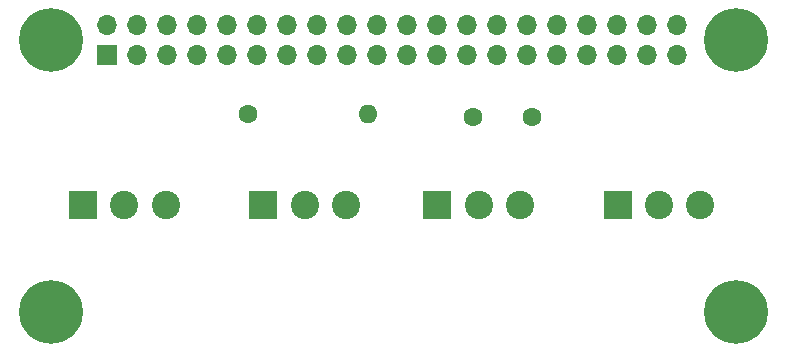
<source format=gbr>
%TF.GenerationSoftware,KiCad,Pcbnew,(5.1.8)-1*%
%TF.CreationDate,2022-03-17T13:58:37+00:00*%
%TF.ProjectId,wire_pi_hat,77697265-5f70-4695-9f68-61742e6b6963,rev?*%
%TF.SameCoordinates,Original*%
%TF.FileFunction,Soldermask,Top*%
%TF.FilePolarity,Negative*%
%FSLAX46Y46*%
G04 Gerber Fmt 4.6, Leading zero omitted, Abs format (unit mm)*
G04 Created by KiCad (PCBNEW (5.1.8)-1) date 2022-03-17 13:58:37*
%MOMM*%
%LPD*%
G01*
G04 APERTURE LIST*
%ADD10O,1.600000X1.600000*%
%ADD11C,1.600000*%
%ADD12C,2.400000*%
%ADD13R,2.400000X2.400000*%
%ADD14C,5.400000*%
%ADD15O,1.700000X1.700000*%
%ADD16R,1.700000X1.700000*%
G04 APERTURE END LIST*
D10*
%TO.C,R1*%
X80410000Y-45250000D03*
D11*
X70250000Y-45250000D03*
%TD*%
D12*
%TO.C,J5*%
X108500000Y-53000000D03*
X105000000Y-53000000D03*
D13*
X101500000Y-53000000D03*
%TD*%
D12*
%TO.C,J4*%
X93250000Y-53000000D03*
X89750000Y-53000000D03*
D13*
X86250000Y-53000000D03*
%TD*%
D12*
%TO.C,J2*%
X78500000Y-53000000D03*
X75000000Y-53000000D03*
D13*
X71500000Y-53000000D03*
%TD*%
D12*
%TO.C,J1*%
X63250000Y-53000000D03*
X59750000Y-53000000D03*
D13*
X56250000Y-53000000D03*
%TD*%
D11*
%TO.C,C1*%
X94250000Y-45500000D03*
X89250000Y-45500000D03*
%TD*%
D14*
%TO.C,H4*%
X111500000Y-62000000D03*
%TD*%
%TO.C,H3*%
X53500000Y-62000000D03*
%TD*%
%TO.C,H2*%
X111500000Y-39000000D03*
%TD*%
%TO.C,H1*%
X53500000Y-39000000D03*
%TD*%
D15*
%TO.C,J3*%
X106510000Y-37710000D03*
X106510000Y-40250000D03*
X103970000Y-37710000D03*
X103970000Y-40250000D03*
X101430000Y-37710000D03*
X101430000Y-40250000D03*
X98890000Y-37710000D03*
X98890000Y-40250000D03*
X96350000Y-37710000D03*
X96350000Y-40250000D03*
X93810000Y-37710000D03*
X93810000Y-40250000D03*
X91270000Y-37710000D03*
X91270000Y-40250000D03*
X88730000Y-37710000D03*
X88730000Y-40250000D03*
X86190000Y-37710000D03*
X86190000Y-40250000D03*
X83650000Y-37710000D03*
X83650000Y-40250000D03*
X81110000Y-37710000D03*
X81110000Y-40250000D03*
X78570000Y-37710000D03*
X78570000Y-40250000D03*
X76030000Y-37710000D03*
X76030000Y-40250000D03*
X73490000Y-37710000D03*
X73490000Y-40250000D03*
X70950000Y-37710000D03*
X70950000Y-40250000D03*
X68410000Y-37710000D03*
X68410000Y-40250000D03*
X65870000Y-37710000D03*
X65870000Y-40250000D03*
X63330000Y-37710000D03*
X63330000Y-40250000D03*
X60790000Y-37710000D03*
X60790000Y-40250000D03*
X58250000Y-37710000D03*
D16*
X58250000Y-40250000D03*
%TD*%
M02*

</source>
